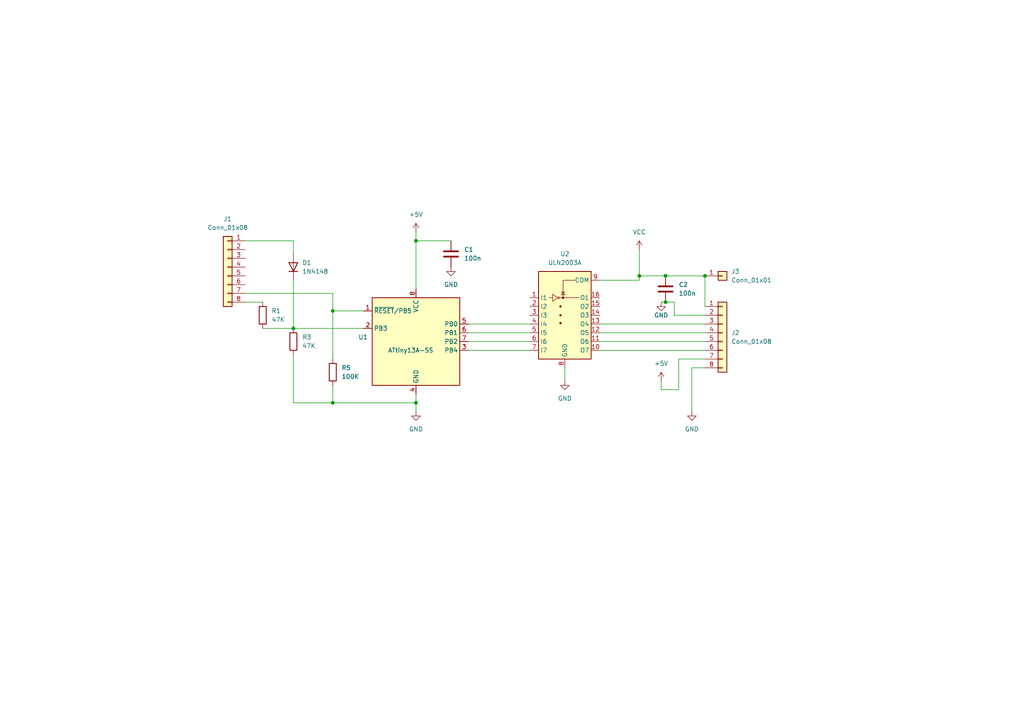
<source format=kicad_sch>
(kicad_sch (version 20211123) (generator eeschema)

  (uuid dd7c7641-51f4-4c23-96a0-49bdbf77f05d)

  (paper "A4")

  (title_block
    (title "UniStep V1.0")
    (rev "2")
    (company "Chronic Mechatronic")
    (comment 3 "An A4988 pin compatible unipolar stepper motor driver")
  )

  (lib_symbols
    (symbol "Connector_Generic:Conn_01x01" (pin_names (offset 1.016) hide) (in_bom yes) (on_board yes)
      (property "Reference" "J" (id 0) (at 0 2.54 0)
        (effects (font (size 1.27 1.27)))
      )
      (property "Value" "Conn_01x01" (id 1) (at 0 -2.54 0)
        (effects (font (size 1.27 1.27)))
      )
      (property "Footprint" "" (id 2) (at 0 0 0)
        (effects (font (size 1.27 1.27)) hide)
      )
      (property "Datasheet" "~" (id 3) (at 0 0 0)
        (effects (font (size 1.27 1.27)) hide)
      )
      (property "ki_keywords" "connector" (id 4) (at 0 0 0)
        (effects (font (size 1.27 1.27)) hide)
      )
      (property "ki_description" "Generic connector, single row, 01x01, script generated (kicad-library-utils/schlib/autogen/connector/)" (id 5) (at 0 0 0)
        (effects (font (size 1.27 1.27)) hide)
      )
      (property "ki_fp_filters" "Connector*:*_1x??_*" (id 6) (at 0 0 0)
        (effects (font (size 1.27 1.27)) hide)
      )
      (symbol "Conn_01x01_1_1"
        (rectangle (start -1.27 0.127) (end 0 -0.127)
          (stroke (width 0.1524) (type default) (color 0 0 0 0))
          (fill (type none))
        )
        (rectangle (start -1.27 1.27) (end 1.27 -1.27)
          (stroke (width 0.254) (type default) (color 0 0 0 0))
          (fill (type background))
        )
        (pin passive line (at -5.08 0 0) (length 3.81)
          (name "Pin_1" (effects (font (size 1.27 1.27))))
          (number "1" (effects (font (size 1.27 1.27))))
        )
      )
    )
    (symbol "Connector_Generic:Conn_01x08" (pin_names (offset 1.016) hide) (in_bom yes) (on_board yes)
      (property "Reference" "J" (id 0) (at 0 10.16 0)
        (effects (font (size 1.27 1.27)))
      )
      (property "Value" "Conn_01x08" (id 1) (at 0 -12.7 0)
        (effects (font (size 1.27 1.27)))
      )
      (property "Footprint" "" (id 2) (at 0 0 0)
        (effects (font (size 1.27 1.27)) hide)
      )
      (property "Datasheet" "~" (id 3) (at 0 0 0)
        (effects (font (size 1.27 1.27)) hide)
      )
      (property "ki_keywords" "connector" (id 4) (at 0 0 0)
        (effects (font (size 1.27 1.27)) hide)
      )
      (property "ki_description" "Generic connector, single row, 01x08, script generated (kicad-library-utils/schlib/autogen/connector/)" (id 5) (at 0 0 0)
        (effects (font (size 1.27 1.27)) hide)
      )
      (property "ki_fp_filters" "Connector*:*_1x??_*" (id 6) (at 0 0 0)
        (effects (font (size 1.27 1.27)) hide)
      )
      (symbol "Conn_01x08_1_1"
        (rectangle (start -1.27 -10.033) (end 0 -10.287)
          (stroke (width 0.1524) (type default) (color 0 0 0 0))
          (fill (type none))
        )
        (rectangle (start -1.27 -7.493) (end 0 -7.747)
          (stroke (width 0.1524) (type default) (color 0 0 0 0))
          (fill (type none))
        )
        (rectangle (start -1.27 -4.953) (end 0 -5.207)
          (stroke (width 0.1524) (type default) (color 0 0 0 0))
          (fill (type none))
        )
        (rectangle (start -1.27 -2.413) (end 0 -2.667)
          (stroke (width 0.1524) (type default) (color 0 0 0 0))
          (fill (type none))
        )
        (rectangle (start -1.27 0.127) (end 0 -0.127)
          (stroke (width 0.1524) (type default) (color 0 0 0 0))
          (fill (type none))
        )
        (rectangle (start -1.27 2.667) (end 0 2.413)
          (stroke (width 0.1524) (type default) (color 0 0 0 0))
          (fill (type none))
        )
        (rectangle (start -1.27 5.207) (end 0 4.953)
          (stroke (width 0.1524) (type default) (color 0 0 0 0))
          (fill (type none))
        )
        (rectangle (start -1.27 7.747) (end 0 7.493)
          (stroke (width 0.1524) (type default) (color 0 0 0 0))
          (fill (type none))
        )
        (rectangle (start -1.27 8.89) (end 1.27 -11.43)
          (stroke (width 0.254) (type default) (color 0 0 0 0))
          (fill (type background))
        )
        (pin passive line (at -5.08 7.62 0) (length 3.81)
          (name "Pin_1" (effects (font (size 1.27 1.27))))
          (number "1" (effects (font (size 1.27 1.27))))
        )
        (pin passive line (at -5.08 5.08 0) (length 3.81)
          (name "Pin_2" (effects (font (size 1.27 1.27))))
          (number "2" (effects (font (size 1.27 1.27))))
        )
        (pin passive line (at -5.08 2.54 0) (length 3.81)
          (name "Pin_3" (effects (font (size 1.27 1.27))))
          (number "3" (effects (font (size 1.27 1.27))))
        )
        (pin passive line (at -5.08 0 0) (length 3.81)
          (name "Pin_4" (effects (font (size 1.27 1.27))))
          (number "4" (effects (font (size 1.27 1.27))))
        )
        (pin passive line (at -5.08 -2.54 0) (length 3.81)
          (name "Pin_5" (effects (font (size 1.27 1.27))))
          (number "5" (effects (font (size 1.27 1.27))))
        )
        (pin passive line (at -5.08 -5.08 0) (length 3.81)
          (name "Pin_6" (effects (font (size 1.27 1.27))))
          (number "6" (effects (font (size 1.27 1.27))))
        )
        (pin passive line (at -5.08 -7.62 0) (length 3.81)
          (name "Pin_7" (effects (font (size 1.27 1.27))))
          (number "7" (effects (font (size 1.27 1.27))))
        )
        (pin passive line (at -5.08 -10.16 0) (length 3.81)
          (name "Pin_8" (effects (font (size 1.27 1.27))))
          (number "8" (effects (font (size 1.27 1.27))))
        )
      )
    )
    (symbol "Device:C" (pin_numbers hide) (pin_names (offset 0.254)) (in_bom yes) (on_board yes)
      (property "Reference" "C" (id 0) (at 0.635 2.54 0)
        (effects (font (size 1.27 1.27)) (justify left))
      )
      (property "Value" "C" (id 1) (at 0.635 -2.54 0)
        (effects (font (size 1.27 1.27)) (justify left))
      )
      (property "Footprint" "" (id 2) (at 0.9652 -3.81 0)
        (effects (font (size 1.27 1.27)) hide)
      )
      (property "Datasheet" "~" (id 3) (at 0 0 0)
        (effects (font (size 1.27 1.27)) hide)
      )
      (property "ki_keywords" "cap capacitor" (id 4) (at 0 0 0)
        (effects (font (size 1.27 1.27)) hide)
      )
      (property "ki_description" "Unpolarized capacitor" (id 5) (at 0 0 0)
        (effects (font (size 1.27 1.27)) hide)
      )
      (property "ki_fp_filters" "C_*" (id 6) (at 0 0 0)
        (effects (font (size 1.27 1.27)) hide)
      )
      (symbol "C_0_1"
        (polyline
          (pts
            (xy -2.032 -0.762)
            (xy 2.032 -0.762)
          )
          (stroke (width 0.508) (type default) (color 0 0 0 0))
          (fill (type none))
        )
        (polyline
          (pts
            (xy -2.032 0.762)
            (xy 2.032 0.762)
          )
          (stroke (width 0.508) (type default) (color 0 0 0 0))
          (fill (type none))
        )
      )
      (symbol "C_1_1"
        (pin passive line (at 0 3.81 270) (length 2.794)
          (name "~" (effects (font (size 1.27 1.27))))
          (number "1" (effects (font (size 1.27 1.27))))
        )
        (pin passive line (at 0 -3.81 90) (length 2.794)
          (name "~" (effects (font (size 1.27 1.27))))
          (number "2" (effects (font (size 1.27 1.27))))
        )
      )
    )
    (symbol "Device:D" (pin_numbers hide) (pin_names (offset 1.016) hide) (in_bom yes) (on_board yes)
      (property "Reference" "D" (id 0) (at 0 2.54 0)
        (effects (font (size 1.27 1.27)))
      )
      (property "Value" "D" (id 1) (at 0 -2.54 0)
        (effects (font (size 1.27 1.27)))
      )
      (property "Footprint" "" (id 2) (at 0 0 0)
        (effects (font (size 1.27 1.27)) hide)
      )
      (property "Datasheet" "~" (id 3) (at 0 0 0)
        (effects (font (size 1.27 1.27)) hide)
      )
      (property "ki_keywords" "diode" (id 4) (at 0 0 0)
        (effects (font (size 1.27 1.27)) hide)
      )
      (property "ki_description" "Diode" (id 5) (at 0 0 0)
        (effects (font (size 1.27 1.27)) hide)
      )
      (property "ki_fp_filters" "TO-???* *_Diode_* *SingleDiode* D_*" (id 6) (at 0 0 0)
        (effects (font (size 1.27 1.27)) hide)
      )
      (symbol "D_0_1"
        (polyline
          (pts
            (xy -1.27 1.27)
            (xy -1.27 -1.27)
          )
          (stroke (width 0.254) (type default) (color 0 0 0 0))
          (fill (type none))
        )
        (polyline
          (pts
            (xy 1.27 0)
            (xy -1.27 0)
          )
          (stroke (width 0) (type default) (color 0 0 0 0))
          (fill (type none))
        )
        (polyline
          (pts
            (xy 1.27 1.27)
            (xy 1.27 -1.27)
            (xy -1.27 0)
            (xy 1.27 1.27)
          )
          (stroke (width 0.254) (type default) (color 0 0 0 0))
          (fill (type none))
        )
      )
      (symbol "D_1_1"
        (pin passive line (at -3.81 0 0) (length 2.54)
          (name "K" (effects (font (size 1.27 1.27))))
          (number "1" (effects (font (size 1.27 1.27))))
        )
        (pin passive line (at 3.81 0 180) (length 2.54)
          (name "A" (effects (font (size 1.27 1.27))))
          (number "2" (effects (font (size 1.27 1.27))))
        )
      )
    )
    (symbol "Device:R" (pin_numbers hide) (pin_names (offset 0)) (in_bom yes) (on_board yes)
      (property "Reference" "R" (id 0) (at 2.032 0 90)
        (effects (font (size 1.27 1.27)))
      )
      (property "Value" "R" (id 1) (at 0 0 90)
        (effects (font (size 1.27 1.27)))
      )
      (property "Footprint" "" (id 2) (at -1.778 0 90)
        (effects (font (size 1.27 1.27)) hide)
      )
      (property "Datasheet" "~" (id 3) (at 0 0 0)
        (effects (font (size 1.27 1.27)) hide)
      )
      (property "ki_keywords" "R res resistor" (id 4) (at 0 0 0)
        (effects (font (size 1.27 1.27)) hide)
      )
      (property "ki_description" "Resistor" (id 5) (at 0 0 0)
        (effects (font (size 1.27 1.27)) hide)
      )
      (property "ki_fp_filters" "R_*" (id 6) (at 0 0 0)
        (effects (font (size 1.27 1.27)) hide)
      )
      (symbol "R_0_1"
        (rectangle (start -1.016 -2.54) (end 1.016 2.54)
          (stroke (width 0.254) (type default) (color 0 0 0 0))
          (fill (type none))
        )
      )
      (symbol "R_1_1"
        (pin passive line (at 0 3.81 270) (length 1.27)
          (name "~" (effects (font (size 1.27 1.27))))
          (number "1" (effects (font (size 1.27 1.27))))
        )
        (pin passive line (at 0 -3.81 90) (length 1.27)
          (name "~" (effects (font (size 1.27 1.27))))
          (number "2" (effects (font (size 1.27 1.27))))
        )
      )
    )
    (symbol "MCU_Microchip_ATtiny:ATtiny13A-SS" (in_bom yes) (on_board yes)
      (property "Reference" "U?" (id 0) (at -13.97 1.2701 0)
        (effects (font (size 1.27 1.27)) (justify right))
      )
      (property "Value" "ATtiny13A-SS" (id 1) (at 5.08 -2.54 0)
        (effects (font (size 1.27 1.27)) (justify right))
      )
      (property "Footprint" "Package_SO:SOIC-8_3.9x4.9mm_P1.27mm" (id 2) (at 0 0 0)
        (effects (font (size 1.27 1.27) italic) hide)
      )
      (property "Datasheet" "http://ww1.microchip.com/downloads/en/DeviceDoc/doc8126.pdf" (id 3) (at 0 0 0)
        (effects (font (size 1.27 1.27)) hide)
      )
      (property "ki_keywords" "AVR 8bit Microcontroller tinyAVR" (id 4) (at 0 0 0)
        (effects (font (size 1.27 1.27)) hide)
      )
      (property "ki_description" "20MHz, 1kB Flash, 64B SRAM, 64B EEPROM, debugWIRE, SOIC-8" (id 5) (at 0 0 0)
        (effects (font (size 1.27 1.27)) hide)
      )
      (property "ki_fp_filters" "SOIC*3.9x4.9mm*P1.27mm*" (id 6) (at 0 0 0)
        (effects (font (size 1.27 1.27)) hide)
      )
      (symbol "ATtiny13A-SS_0_1"
        (rectangle (start -12.7 -12.7) (end 12.7 12.7)
          (stroke (width 0.254) (type default) (color 0 0 0 0))
          (fill (type background))
        )
      )
      (symbol "ATtiny13A-SS_1_1"
        (pin bidirectional line (at -15.24 8.89 0) (length 2.54)
          (name "~{RESET}/PB5" (effects (font (size 1.27 1.27))))
          (number "1" (effects (font (size 1.27 1.27))))
        )
        (pin bidirectional line (at -15.24 3.81 0) (length 2.54)
          (name "PB3" (effects (font (size 1.27 1.27))))
          (number "2" (effects (font (size 1.27 1.27))))
        )
        (pin bidirectional line (at 15.24 -2.54 180) (length 2.54)
          (name "PB4" (effects (font (size 1.27 1.27))))
          (number "3" (effects (font (size 1.27 1.27))))
        )
        (pin power_in line (at 0 -15.24 90) (length 2.54)
          (name "GND" (effects (font (size 1.27 1.27))))
          (number "4" (effects (font (size 1.27 1.27))))
        )
        (pin bidirectional line (at 15.24 5.08 180) (length 2.54)
          (name "PB0" (effects (font (size 1.27 1.27))))
          (number "5" (effects (font (size 1.27 1.27))))
        )
        (pin bidirectional line (at 15.24 2.54 180) (length 2.54)
          (name "PB1" (effects (font (size 1.27 1.27))))
          (number "6" (effects (font (size 1.27 1.27))))
        )
        (pin bidirectional line (at 15.24 0 180) (length 2.54)
          (name "PB2" (effects (font (size 1.27 1.27))))
          (number "7" (effects (font (size 1.27 1.27))))
        )
        (pin power_in line (at 0 15.24 270) (length 2.54)
          (name "VCC" (effects (font (size 1.27 1.27))))
          (number "8" (effects (font (size 1.27 1.27))))
        )
      )
    )
    (symbol "Transistor_Array:ULN2003A" (in_bom yes) (on_board yes)
      (property "Reference" "U" (id 0) (at 0 15.875 0)
        (effects (font (size 1.27 1.27)))
      )
      (property "Value" "ULN2003A" (id 1) (at 0 13.97 0)
        (effects (font (size 1.27 1.27)))
      )
      (property "Footprint" "" (id 2) (at 1.27 -13.97 0)
        (effects (font (size 1.27 1.27)) (justify left) hide)
      )
      (property "Datasheet" "http://www.ti.com/lit/ds/symlink/uln2003a.pdf" (id 3) (at 2.54 -5.08 0)
        (effects (font (size 1.27 1.27)) hide)
      )
      (property "ki_keywords" "darlington transistor array" (id 4) (at 0 0 0)
        (effects (font (size 1.27 1.27)) hide)
      )
      (property "ki_description" "High Voltage, High Current Darlington Transistor Arrays, SOIC16/SOIC16W/DIP16/TSSOP16" (id 5) (at 0 0 0)
        (effects (font (size 1.27 1.27)) hide)
      )
      (property "ki_fp_filters" "DIP*W7.62mm* SOIC*3.9x9.9mm*P1.27mm* SSOP*4.4x5.2mm*P0.65mm* TSSOP*4.4x5mm*P0.65mm* SOIC*W*5.3x10.2mm*P1.27mm*" (id 6) (at 0 0 0)
        (effects (font (size 1.27 1.27)) hide)
      )
      (symbol "ULN2003A_0_1"
        (rectangle (start -7.62 -12.7) (end 7.62 12.7)
          (stroke (width 0.254) (type default) (color 0 0 0 0))
          (fill (type background))
        )
        (circle (center -1.778 5.08) (radius 0.254)
          (stroke (width 0) (type default) (color 0 0 0 0))
          (fill (type none))
        )
        (circle (center -1.27 -2.286) (radius 0.254)
          (stroke (width 0) (type default) (color 0 0 0 0))
          (fill (type outline))
        )
        (circle (center -1.27 0) (radius 0.254)
          (stroke (width 0) (type default) (color 0 0 0 0))
          (fill (type outline))
        )
        (circle (center -1.27 2.54) (radius 0.254)
          (stroke (width 0) (type default) (color 0 0 0 0))
          (fill (type outline))
        )
        (circle (center -0.508 5.08) (radius 0.254)
          (stroke (width 0) (type default) (color 0 0 0 0))
          (fill (type outline))
        )
        (polyline
          (pts
            (xy -4.572 5.08)
            (xy -3.556 5.08)
          )
          (stroke (width 0) (type default) (color 0 0 0 0))
          (fill (type none))
        )
        (polyline
          (pts
            (xy -1.524 5.08)
            (xy 4.064 5.08)
          )
          (stroke (width 0) (type default) (color 0 0 0 0))
          (fill (type none))
        )
        (polyline
          (pts
            (xy 0 6.731)
            (xy -1.016 6.731)
          )
          (stroke (width 0) (type default) (color 0 0 0 0))
          (fill (type none))
        )
        (polyline
          (pts
            (xy -0.508 5.08)
            (xy -0.508 10.16)
            (xy 2.921 10.16)
          )
          (stroke (width 0) (type default) (color 0 0 0 0))
          (fill (type none))
        )
        (polyline
          (pts
            (xy -3.556 6.096)
            (xy -3.556 4.064)
            (xy -2.032 5.08)
            (xy -3.556 6.096)
          )
          (stroke (width 0) (type default) (color 0 0 0 0))
          (fill (type none))
        )
        (polyline
          (pts
            (xy 0 5.969)
            (xy -1.016 5.969)
            (xy -0.508 6.731)
            (xy 0 5.969)
          )
          (stroke (width 0) (type default) (color 0 0 0 0))
          (fill (type none))
        )
      )
      (symbol "ULN2003A_1_1"
        (pin input line (at -10.16 5.08 0) (length 2.54)
          (name "I1" (effects (font (size 1.27 1.27))))
          (number "1" (effects (font (size 1.27 1.27))))
        )
        (pin open_collector line (at 10.16 -10.16 180) (length 2.54)
          (name "O7" (effects (font (size 1.27 1.27))))
          (number "10" (effects (font (size 1.27 1.27))))
        )
        (pin open_collector line (at 10.16 -7.62 180) (length 2.54)
          (name "O6" (effects (font (size 1.27 1.27))))
          (number "11" (effects (font (size 1.27 1.27))))
        )
        (pin open_collector line (at 10.16 -5.08 180) (length 2.54)
          (name "O5" (effects (font (size 1.27 1.27))))
          (number "12" (effects (font (size 1.27 1.27))))
        )
        (pin open_collector line (at 10.16 -2.54 180) (length 2.54)
          (name "O4" (effects (font (size 1.27 1.27))))
          (number "13" (effects (font (size 1.27 1.27))))
        )
        (pin open_collector line (at 10.16 0 180) (length 2.54)
          (name "O3" (effects (font (size 1.27 1.27))))
          (number "14" (effects (font (size 1.27 1.27))))
        )
        (pin open_collector line (at 10.16 2.54 180) (length 2.54)
          (name "O2" (effects (font (size 1.27 1.27))))
          (number "15" (effects (font (size 1.27 1.27))))
        )
        (pin open_collector line (at 10.16 5.08 180) (length 2.54)
          (name "O1" (effects (font (size 1.27 1.27))))
          (number "16" (effects (font (size 1.27 1.27))))
        )
        (pin input line (at -10.16 2.54 0) (length 2.54)
          (name "I2" (effects (font (size 1.27 1.27))))
          (number "2" (effects (font (size 1.27 1.27))))
        )
        (pin input line (at -10.16 0 0) (length 2.54)
          (name "I3" (effects (font (size 1.27 1.27))))
          (number "3" (effects (font (size 1.27 1.27))))
        )
        (pin input line (at -10.16 -2.54 0) (length 2.54)
          (name "I4" (effects (font (size 1.27 1.27))))
          (number "4" (effects (font (size 1.27 1.27))))
        )
        (pin input line (at -10.16 -5.08 0) (length 2.54)
          (name "I5" (effects (font (size 1.27 1.27))))
          (number "5" (effects (font (size 1.27 1.27))))
        )
        (pin input line (at -10.16 -7.62 0) (length 2.54)
          (name "I6" (effects (font (size 1.27 1.27))))
          (number "6" (effects (font (size 1.27 1.27))))
        )
        (pin input line (at -10.16 -10.16 0) (length 2.54)
          (name "I7" (effects (font (size 1.27 1.27))))
          (number "7" (effects (font (size 1.27 1.27))))
        )
        (pin power_in line (at 0 -15.24 90) (length 2.54)
          (name "GND" (effects (font (size 1.27 1.27))))
          (number "8" (effects (font (size 1.27 1.27))))
        )
        (pin passive line (at 10.16 10.16 180) (length 2.54)
          (name "COM" (effects (font (size 1.27 1.27))))
          (number "9" (effects (font (size 1.27 1.27))))
        )
      )
    )
    (symbol "power:+5V" (power) (pin_names (offset 0)) (in_bom yes) (on_board yes)
      (property "Reference" "#PWR" (id 0) (at 0 -3.81 0)
        (effects (font (size 1.27 1.27)) hide)
      )
      (property "Value" "+5V" (id 1) (at 0 3.556 0)
        (effects (font (size 1.27 1.27)))
      )
      (property "Footprint" "" (id 2) (at 0 0 0)
        (effects (font (size 1.27 1.27)) hide)
      )
      (property "Datasheet" "" (id 3) (at 0 0 0)
        (effects (font (size 1.27 1.27)) hide)
      )
      (property "ki_keywords" "power-flag" (id 4) (at 0 0 0)
        (effects (font (size 1.27 1.27)) hide)
      )
      (property "ki_description" "Power symbol creates a global label with name \"+5V\"" (id 5) (at 0 0 0)
        (effects (font (size 1.27 1.27)) hide)
      )
      (symbol "+5V_0_1"
        (polyline
          (pts
            (xy -0.762 1.27)
            (xy 0 2.54)
          )
          (stroke (width 0) (type default) (color 0 0 0 0))
          (fill (type none))
        )
        (polyline
          (pts
            (xy 0 0)
            (xy 0 2.54)
          )
          (stroke (width 0) (type default) (color 0 0 0 0))
          (fill (type none))
        )
        (polyline
          (pts
            (xy 0 2.54)
            (xy 0.762 1.27)
          )
          (stroke (width 0) (type default) (color 0 0 0 0))
          (fill (type none))
        )
      )
      (symbol "+5V_1_1"
        (pin power_in line (at 0 0 90) (length 0) hide
          (name "+5V" (effects (font (size 1.27 1.27))))
          (number "1" (effects (font (size 1.27 1.27))))
        )
      )
    )
    (symbol "power:GND" (power) (pin_names (offset 0)) (in_bom yes) (on_board yes)
      (property "Reference" "#PWR" (id 0) (at 0 -6.35 0)
        (effects (font (size 1.27 1.27)) hide)
      )
      (property "Value" "GND" (id 1) (at 0 -3.81 0)
        (effects (font (size 1.27 1.27)))
      )
      (property "Footprint" "" (id 2) (at 0 0 0)
        (effects (font (size 1.27 1.27)) hide)
      )
      (property "Datasheet" "" (id 3) (at 0 0 0)
        (effects (font (size 1.27 1.27)) hide)
      )
      (property "ki_keywords" "power-flag" (id 4) (at 0 0 0)
        (effects (font (size 1.27 1.27)) hide)
      )
      (property "ki_description" "Power symbol creates a global label with name \"GND\" , ground" (id 5) (at 0 0 0)
        (effects (font (size 1.27 1.27)) hide)
      )
      (symbol "GND_0_1"
        (polyline
          (pts
            (xy 0 0)
            (xy 0 -1.27)
            (xy 1.27 -1.27)
            (xy 0 -2.54)
            (xy -1.27 -1.27)
            (xy 0 -1.27)
          )
          (stroke (width 0) (type default) (color 0 0 0 0))
          (fill (type none))
        )
      )
      (symbol "GND_1_1"
        (pin power_in line (at 0 0 270) (length 0) hide
          (name "GND" (effects (font (size 1.27 1.27))))
          (number "1" (effects (font (size 1.27 1.27))))
        )
      )
    )
    (symbol "power:VCC" (power) (pin_names (offset 0)) (in_bom yes) (on_board yes)
      (property "Reference" "#PWR" (id 0) (at 0 -3.81 0)
        (effects (font (size 1.27 1.27)) hide)
      )
      (property "Value" "VCC" (id 1) (at 0 3.81 0)
        (effects (font (size 1.27 1.27)))
      )
      (property "Footprint" "" (id 2) (at 0 0 0)
        (effects (font (size 1.27 1.27)) hide)
      )
      (property "Datasheet" "" (id 3) (at 0 0 0)
        (effects (font (size 1.27 1.27)) hide)
      )
      (property "ki_keywords" "power-flag" (id 4) (at 0 0 0)
        (effects (font (size 1.27 1.27)) hide)
      )
      (property "ki_description" "Power symbol creates a global label with name \"VCC\"" (id 5) (at 0 0 0)
        (effects (font (size 1.27 1.27)) hide)
      )
      (symbol "VCC_0_1"
        (polyline
          (pts
            (xy -0.762 1.27)
            (xy 0 2.54)
          )
          (stroke (width 0) (type default) (color 0 0 0 0))
          (fill (type none))
        )
        (polyline
          (pts
            (xy 0 0)
            (xy 0 2.54)
          )
          (stroke (width 0) (type default) (color 0 0 0 0))
          (fill (type none))
        )
        (polyline
          (pts
            (xy 0 2.54)
            (xy 0.762 1.27)
          )
          (stroke (width 0) (type default) (color 0 0 0 0))
          (fill (type none))
        )
      )
      (symbol "VCC_1_1"
        (pin power_in line (at 0 0 90) (length 0) hide
          (name "VCC" (effects (font (size 1.27 1.27))))
          (number "1" (effects (font (size 1.27 1.27))))
        )
      )
    )
  )

  (junction (at 96.52 116.84) (diameter 0) (color 0 0 0 0)
    (uuid 285d50fa-d53b-4688-80d4-12c50fb744a8)
  )
  (junction (at 204.47 80.01) (diameter 0) (color 0 0 0 0)
    (uuid 47012209-c32d-4ac6-aecf-4fda30175a15)
  )
  (junction (at 85.09 95.25) (diameter 0) (color 0 0 0 0)
    (uuid 6426ef5a-c86f-4336-a430-882facf59998)
  )
  (junction (at 185.42 80.01) (diameter 0) (color 0 0 0 0)
    (uuid 6775d2b0-8536-494c-bbd1-ef34dbebd363)
  )
  (junction (at 120.65 116.84) (diameter 0) (color 0 0 0 0)
    (uuid 71d79061-e6e7-4f50-80d8-ccb1a882fad5)
  )
  (junction (at 193.04 87.63) (diameter 0) (color 0 0 0 0)
    (uuid 8e2d3e29-a10f-499e-86e2-04cfb0c7a69d)
  )
  (junction (at 120.65 69.85) (diameter 0) (color 0 0 0 0)
    (uuid b0cf2337-37fb-437e-bb82-a68fb7604433)
  )
  (junction (at 193.04 80.01) (diameter 0) (color 0 0 0 0)
    (uuid b92cba67-d849-4cd5-aead-2c1c21208e0d)
  )
  (junction (at 96.52 90.17) (diameter 0) (color 0 0 0 0)
    (uuid f885133c-37b0-4106-b00a-38c5002dd9de)
  )

  (wire (pts (xy 173.99 101.6) (xy 204.47 101.6))
    (stroke (width 0) (type default) (color 0 0 0 0))
    (uuid 04e42ea3-61a6-4b6d-aa88-30f99d2505e2)
  )
  (wire (pts (xy 204.47 80.01) (xy 204.47 88.9))
    (stroke (width 0) (type default) (color 0 0 0 0))
    (uuid 0754b3ea-002f-4d2f-8d2b-fea9ff2092c5)
  )
  (wire (pts (xy 191.77 110.49) (xy 191.77 113.03))
    (stroke (width 0) (type default) (color 0 0 0 0))
    (uuid 1082b7d6-1601-441e-8363-9de0641cf22b)
  )
  (wire (pts (xy 96.52 104.14) (xy 96.52 90.17))
    (stroke (width 0) (type default) (color 0 0 0 0))
    (uuid 16189160-4612-4a4f-9d32-b397e901998e)
  )
  (wire (pts (xy 85.09 116.84) (xy 96.52 116.84))
    (stroke (width 0) (type default) (color 0 0 0 0))
    (uuid 1ec7f3f8-4530-4ad8-a372-e5257416abcb)
  )
  (wire (pts (xy 120.65 69.85) (xy 120.65 83.82))
    (stroke (width 0) (type default) (color 0 0 0 0))
    (uuid 229b9ff3-ab16-4569-9dd8-2b046f6493a3)
  )
  (wire (pts (xy 71.12 69.85) (xy 85.09 69.85))
    (stroke (width 0) (type default) (color 0 0 0 0))
    (uuid 29cb541e-11d9-4237-96b7-aa60b249a770)
  )
  (wire (pts (xy 96.52 85.09) (xy 96.52 90.17))
    (stroke (width 0) (type default) (color 0 0 0 0))
    (uuid 2f4444b9-b8d9-45a2-a47d-2bb167fe5a5d)
  )
  (wire (pts (xy 135.89 93.98) (xy 153.67 93.98))
    (stroke (width 0) (type default) (color 0 0 0 0))
    (uuid 2fcfe119-2985-4c0b-aef7-5362713cf160)
  )
  (wire (pts (xy 163.83 110.49) (xy 163.83 106.68))
    (stroke (width 0) (type default) (color 0 0 0 0))
    (uuid 397893c7-fb93-4c0c-a296-54cd114fd003)
  )
  (wire (pts (xy 96.52 90.17) (xy 105.41 90.17))
    (stroke (width 0) (type default) (color 0 0 0 0))
    (uuid 3c57e161-6b90-487c-b7f8-04c7e671e893)
  )
  (wire (pts (xy 76.2 95.25) (xy 85.09 95.25))
    (stroke (width 0) (type default) (color 0 0 0 0))
    (uuid 412fbd8f-4e5e-463e-aba7-c662782c3dce)
  )
  (wire (pts (xy 204.47 104.14) (xy 196.85 104.14))
    (stroke (width 0) (type default) (color 0 0 0 0))
    (uuid 47ff39be-6c70-4490-8bc8-0790a298c83e)
  )
  (wire (pts (xy 173.99 93.98) (xy 204.47 93.98))
    (stroke (width 0) (type default) (color 0 0 0 0))
    (uuid 50bca196-2ad5-46ea-8202-91faa1625c90)
  )
  (wire (pts (xy 120.65 67.31) (xy 120.65 69.85))
    (stroke (width 0) (type default) (color 0 0 0 0))
    (uuid 5cf05822-9d0b-49d6-ac63-861f3e42263e)
  )
  (wire (pts (xy 71.12 85.09) (xy 96.52 85.09))
    (stroke (width 0) (type default) (color 0 0 0 0))
    (uuid 5daad7ab-9e96-4731-81c1-e5b7d551154d)
  )
  (wire (pts (xy 196.85 104.14) (xy 196.85 113.03))
    (stroke (width 0) (type default) (color 0 0 0 0))
    (uuid 62b53b85-ec86-4643-b5c5-990ac5cd2c0c)
  )
  (wire (pts (xy 193.04 80.01) (xy 204.47 80.01))
    (stroke (width 0) (type default) (color 0 0 0 0))
    (uuid 675f60eb-d762-4a9b-8c28-34894e1d950b)
  )
  (wire (pts (xy 120.65 116.84) (xy 120.65 114.3))
    (stroke (width 0) (type default) (color 0 0 0 0))
    (uuid 6a646f45-95bd-460a-aaba-644e1d763892)
  )
  (wire (pts (xy 193.04 87.63) (xy 195.58 87.63))
    (stroke (width 0) (type default) (color 0 0 0 0))
    (uuid 70250a7b-e690-4948-b3d8-850a5cd84c86)
  )
  (wire (pts (xy 85.09 102.87) (xy 85.09 116.84))
    (stroke (width 0) (type default) (color 0 0 0 0))
    (uuid 71660302-6d50-4bd3-beef-4d6e40f6e52d)
  )
  (wire (pts (xy 85.09 81.28) (xy 85.09 95.25))
    (stroke (width 0) (type default) (color 0 0 0 0))
    (uuid 7358e67c-abb9-445d-8b07-0c19db96e4f8)
  )
  (wire (pts (xy 196.85 113.03) (xy 191.77 113.03))
    (stroke (width 0) (type default) (color 0 0 0 0))
    (uuid 79d8118b-ef12-4171-b02a-b3eb1ea540e2)
  )
  (wire (pts (xy 96.52 111.76) (xy 96.52 116.84))
    (stroke (width 0) (type default) (color 0 0 0 0))
    (uuid 7db68486-f577-4c41-adcb-0116130f5e0e)
  )
  (wire (pts (xy 173.99 96.52) (xy 204.47 96.52))
    (stroke (width 0) (type default) (color 0 0 0 0))
    (uuid 80bba9ba-156f-4d0d-8452-48bd9b4ebc72)
  )
  (wire (pts (xy 191.77 87.63) (xy 193.04 87.63))
    (stroke (width 0) (type default) (color 0 0 0 0))
    (uuid 90a4f102-ceff-48cc-bfaf-4d507e0c7e6d)
  )
  (wire (pts (xy 135.89 96.52) (xy 153.67 96.52))
    (stroke (width 0) (type default) (color 0 0 0 0))
    (uuid 99246d7a-0305-42ec-b6b2-0f7effebf662)
  )
  (wire (pts (xy 195.58 87.63) (xy 195.58 91.44))
    (stroke (width 0) (type default) (color 0 0 0 0))
    (uuid a9dabf01-937a-4507-899a-e93ffbee758e)
  )
  (wire (pts (xy 173.99 99.06) (xy 204.47 99.06))
    (stroke (width 0) (type default) (color 0 0 0 0))
    (uuid b2981f7b-0075-4987-9430-0c779c0fd79d)
  )
  (wire (pts (xy 135.89 101.6) (xy 153.67 101.6))
    (stroke (width 0) (type default) (color 0 0 0 0))
    (uuid b491222f-e655-477d-8149-743281b9353e)
  )
  (wire (pts (xy 185.42 80.01) (xy 185.42 81.28))
    (stroke (width 0) (type default) (color 0 0 0 0))
    (uuid b7bc0f3a-f1d4-491d-be03-56c786e0bf34)
  )
  (wire (pts (xy 173.99 81.28) (xy 185.42 81.28))
    (stroke (width 0) (type default) (color 0 0 0 0))
    (uuid b7c75bb8-6257-424e-b9ac-e8cc03a797fa)
  )
  (wire (pts (xy 200.66 106.68) (xy 200.66 119.38))
    (stroke (width 0) (type default) (color 0 0 0 0))
    (uuid b7d5d0c3-7850-45bd-a3ed-5ac805500b8f)
  )
  (wire (pts (xy 120.65 69.85) (xy 130.81 69.85))
    (stroke (width 0) (type default) (color 0 0 0 0))
    (uuid b9c3cd19-7912-4993-9157-1c556212d66d)
  )
  (wire (pts (xy 120.65 119.38) (xy 120.65 116.84))
    (stroke (width 0) (type default) (color 0 0 0 0))
    (uuid bc4fc131-7c01-40a7-882e-4e18663f9c92)
  )
  (wire (pts (xy 96.52 116.84) (xy 120.65 116.84))
    (stroke (width 0) (type default) (color 0 0 0 0))
    (uuid bfdfa16d-c290-4c51-bb84-96f8f71adf8a)
  )
  (wire (pts (xy 204.47 106.68) (xy 200.66 106.68))
    (stroke (width 0) (type default) (color 0 0 0 0))
    (uuid c6394032-72ee-4efa-ab83-b7b76e5d04ac)
  )
  (wire (pts (xy 195.58 91.44) (xy 204.47 91.44))
    (stroke (width 0) (type default) (color 0 0 0 0))
    (uuid c8f47102-0408-477e-8b6a-79ddef2698d7)
  )
  (wire (pts (xy 85.09 69.85) (xy 85.09 73.66))
    (stroke (width 0) (type default) (color 0 0 0 0))
    (uuid e5cbbc43-5290-4841-8a1c-0c937bb828f8)
  )
  (wire (pts (xy 71.12 87.63) (xy 76.2 87.63))
    (stroke (width 0) (type default) (color 0 0 0 0))
    (uuid e78274b0-5a6b-4916-b956-3f1a07263e4a)
  )
  (wire (pts (xy 185.42 80.01) (xy 193.04 80.01))
    (stroke (width 0) (type default) (color 0 0 0 0))
    (uuid eb7eb9b8-24e4-4dc7-b930-6e43bef5b748)
  )
  (wire (pts (xy 85.09 95.25) (xy 105.41 95.25))
    (stroke (width 0) (type default) (color 0 0 0 0))
    (uuid f9aae2c9-15e9-4801-b979-4a34a73011c8)
  )
  (wire (pts (xy 185.42 72.39) (xy 185.42 80.01))
    (stroke (width 0) (type default) (color 0 0 0 0))
    (uuid fd49a917-7997-4c63-bd8a-7f8dcded0ac5)
  )
  (wire (pts (xy 135.89 99.06) (xy 153.67 99.06))
    (stroke (width 0) (type default) (color 0 0 0 0))
    (uuid ff52eca5-bc64-480d-8991-d09fb038366d)
  )

  (symbol (lib_id "power:VCC") (at 185.42 72.39 0) (unit 1)
    (in_bom yes) (on_board yes) (fields_autoplaced)
    (uuid 08dc41a0-f897-4ed4-9e2f-b118bc14ac16)
    (property "Reference" "#PWR05" (id 0) (at 185.42 76.2 0)
      (effects (font (size 1.27 1.27)) hide)
    )
    (property "Value" "VCC" (id 1) (at 185.42 67.31 0))
    (property "Footprint" "" (id 2) (at 185.42 72.39 0)
      (effects (font (size 1.27 1.27)) hide)
    )
    (property "Datasheet" "" (id 3) (at 185.42 72.39 0)
      (effects (font (size 1.27 1.27)) hide)
    )
    (pin "1" (uuid dc793278-b838-436d-be49-8cdf9ecbf2d8))
  )

  (symbol (lib_id "Device:R") (at 96.52 107.95 180) (unit 1)
    (in_bom yes) (on_board yes) (fields_autoplaced)
    (uuid 0cc48148-4954-4f58-9ac9-79c89595c61b)
    (property "Reference" "R5" (id 0) (at 99.06 106.6799 0)
      (effects (font (size 1.27 1.27)) (justify right))
    )
    (property "Value" "100K" (id 1) (at 99.06 109.2199 0)
      (effects (font (size 1.27 1.27)) (justify right))
    )
    (property "Footprint" "Resistor_SMD:R_0603_1608Metric" (id 2) (at 98.298 107.95 90)
      (effects (font (size 1.27 1.27)) hide)
    )
    (property "Datasheet" "~" (id 3) (at 96.52 107.95 0)
      (effects (font (size 1.27 1.27)) hide)
    )
    (pin "1" (uuid 0678e902-99c5-4068-b37e-fc248ed2b3a9))
    (pin "2" (uuid 928a5448-e2b8-4e97-a54d-a657d10b73ac))
  )

  (symbol (lib_id "power:GND") (at 200.66 119.38 0) (unit 1)
    (in_bom yes) (on_board yes) (fields_autoplaced)
    (uuid 0ee4decb-f216-4cc7-9820-824808b4e98c)
    (property "Reference" "#PWR08" (id 0) (at 200.66 125.73 0)
      (effects (font (size 1.27 1.27)) hide)
    )
    (property "Value" "GND" (id 1) (at 200.66 124.46 0))
    (property "Footprint" "" (id 2) (at 200.66 119.38 0)
      (effects (font (size 1.27 1.27)) hide)
    )
    (property "Datasheet" "" (id 3) (at 200.66 119.38 0)
      (effects (font (size 1.27 1.27)) hide)
    )
    (pin "1" (uuid 408b581b-86ef-4f68-a003-790e5ee06e23))
  )

  (symbol (lib_id "Transistor_Array:ULN2003A") (at 163.83 91.44 0) (unit 1)
    (in_bom yes) (on_board yes) (fields_autoplaced)
    (uuid 1f10c7c9-0bd5-4b1d-8285-4b25a3656389)
    (property "Reference" "U2" (id 0) (at 163.83 73.66 0))
    (property "Value" "ULN2003A" (id 1) (at 163.83 76.2 0))
    (property "Footprint" "Package_SO:SOIC-16_3.9x9.9mm_P1.27mm" (id 2) (at 165.1 105.41 0)
      (effects (font (size 1.27 1.27)) (justify left) hide)
    )
    (property "Datasheet" "http://www.ti.com/lit/ds/symlink/uln2003a.pdf" (id 3) (at 166.37 96.52 0)
      (effects (font (size 1.27 1.27)) hide)
    )
    (pin "1" (uuid 476c2194-4f53-4af4-a8c5-4ad6db47fc28))
    (pin "10" (uuid c0eb0c09-ef3e-4ace-b817-2a96a6f82d93))
    (pin "11" (uuid 4561912b-5a97-429d-9d21-abfec380095a))
    (pin "12" (uuid 772eb1cf-a107-4e1d-bfc1-ad0e6212f011))
    (pin "13" (uuid 0a925e40-bf9c-49de-a2ca-c3555f965f77))
    (pin "14" (uuid da3ef276-09c1-45fe-a36f-e524f179696c))
    (pin "15" (uuid b14e8984-6a29-429a-93db-365502e7a4bf))
    (pin "16" (uuid 29b9f7f6-2d17-4d45-8523-1c7a9d74ee64))
    (pin "2" (uuid a3be5e4f-20b8-4529-9758-fa17a17ae56a))
    (pin "3" (uuid 7f092338-9887-47b4-b1b9-3db478ab1605))
    (pin "4" (uuid f943b9ef-e5f5-4691-9d66-43a8b6ee2356))
    (pin "5" (uuid f9a8f826-3edb-4f79-9217-c48bbd753102))
    (pin "6" (uuid 5774aabb-0bff-450f-9b58-3a6618deff3b))
    (pin "7" (uuid 617ebb44-133c-4e59-8514-bc7541118f62))
    (pin "8" (uuid c650a565-61ff-49ef-8e79-b2790fd59324))
    (pin "9" (uuid 09ba49e1-520f-4c1b-ba13-060f350c4b0d))
  )

  (symbol (lib_id "power:GND") (at 130.81 77.47 0) (unit 1)
    (in_bom yes) (on_board yes) (fields_autoplaced)
    (uuid 2144ba9b-a3c7-415d-b023-f48bca2fe40a)
    (property "Reference" "#PWR03" (id 0) (at 130.81 83.82 0)
      (effects (font (size 1.27 1.27)) hide)
    )
    (property "Value" "GND" (id 1) (at 130.81 82.55 0))
    (property "Footprint" "" (id 2) (at 130.81 77.47 0)
      (effects (font (size 1.27 1.27)) hide)
    )
    (property "Datasheet" "" (id 3) (at 130.81 77.47 0)
      (effects (font (size 1.27 1.27)) hide)
    )
    (pin "1" (uuid b4a9532c-7515-4d5d-95d1-34dd559aaacc))
  )

  (symbol (lib_id "Device:R") (at 85.09 99.06 0) (unit 1)
    (in_bom yes) (on_board yes) (fields_autoplaced)
    (uuid 384e94c8-d6ab-4a03-a2a4-3896d1f14133)
    (property "Reference" "R3" (id 0) (at 87.63 97.7899 0)
      (effects (font (size 1.27 1.27)) (justify left))
    )
    (property "Value" "47K" (id 1) (at 87.63 100.3299 0)
      (effects (font (size 1.27 1.27)) (justify left))
    )
    (property "Footprint" "Resistor_SMD:R_0603_1608Metric" (id 2) (at 83.312 99.06 90)
      (effects (font (size 1.27 1.27)) hide)
    )
    (property "Datasheet" "~" (id 3) (at 85.09 99.06 0)
      (effects (font (size 1.27 1.27)) hide)
    )
    (pin "1" (uuid e18297a8-4657-4899-bfa2-a573d605e9b0))
    (pin "2" (uuid 2026eda3-67d3-4ad1-8b93-946551086524))
  )

  (symbol (lib_id "Device:C") (at 193.04 83.82 0) (unit 1)
    (in_bom yes) (on_board yes) (fields_autoplaced)
    (uuid 4210395b-d934-4267-97cf-34ed1462e220)
    (property "Reference" "C2" (id 0) (at 196.85 82.5499 0)
      (effects (font (size 1.27 1.27)) (justify left))
    )
    (property "Value" "100n" (id 1) (at 196.85 85.0899 0)
      (effects (font (size 1.27 1.27)) (justify left))
    )
    (property "Footprint" "Capacitor_SMD:C_0603_1608Metric" (id 2) (at 194.0052 87.63 0)
      (effects (font (size 1.27 1.27)) hide)
    )
    (property "Datasheet" "~" (id 3) (at 193.04 83.82 0)
      (effects (font (size 1.27 1.27)) hide)
    )
    (pin "1" (uuid df120f31-97e4-46ea-8ade-7f73f03b4344))
    (pin "2" (uuid d0f52559-c669-42c3-b564-4ad4610855d8))
  )

  (symbol (lib_id "power:GND") (at 191.77 87.63 0) (unit 1)
    (in_bom yes) (on_board yes)
    (uuid 5e966315-c37f-4a01-a3ec-fd9ab362461b)
    (property "Reference" "#PWR06" (id 0) (at 191.77 93.98 0)
      (effects (font (size 1.27 1.27)) hide)
    )
    (property "Value" "GND" (id 1) (at 191.77 91.44 0))
    (property "Footprint" "" (id 2) (at 191.77 87.63 0)
      (effects (font (size 1.27 1.27)) hide)
    )
    (property "Datasheet" "" (id 3) (at 191.77 87.63 0)
      (effects (font (size 1.27 1.27)) hide)
    )
    (pin "1" (uuid 4cc7bf04-2c83-4806-aca4-d7a0f70fe528))
  )

  (symbol (lib_id "MCU_Microchip_ATtiny:ATtiny13A-SS") (at 120.65 99.06 0) (unit 1)
    (in_bom yes) (on_board yes) (fields_autoplaced)
    (uuid 5f87397b-e57e-4e57-9de4-4cd89a906bc1)
    (property "Reference" "U1" (id 0) (at 106.68 97.7899 0)
      (effects (font (size 1.27 1.27)) (justify right))
    )
    (property "Value" "ATtiny13A-SS" (id 1) (at 125.73 101.6 0)
      (effects (font (size 1.27 1.27)) (justify right))
    )
    (property "Footprint" "Package_SO:SOIC-8W_5.3x5.3mm_P1.27mm" (id 2) (at 120.65 99.06 0)
      (effects (font (size 1.27 1.27) italic) hide)
    )
    (property "Datasheet" "http://ww1.microchip.com/downloads/en/DeviceDoc/doc8126.pdf" (id 3) (at 120.65 99.06 0)
      (effects (font (size 1.27 1.27)) hide)
    )
    (pin "1" (uuid 2e53404b-3b3e-4ed3-aec3-a20c1de89cd4))
    (pin "2" (uuid b8cbdb8c-e54f-49db-9d78-81a10e10f504))
    (pin "3" (uuid f1e492dd-cc44-40da-b1e1-33c64b164af5))
    (pin "4" (uuid e8788625-3ced-47fc-96b5-d6003c1f3d7f))
    (pin "5" (uuid 3adfc107-62c5-4451-ad30-01477fdb4a57))
    (pin "6" (uuid 98c27266-f06f-4928-a80f-c0b5f0495a98))
    (pin "7" (uuid 2c98fe56-03c4-4c84-9d61-e1e66c3cc43b))
    (pin "8" (uuid d5f7da09-e41f-40d1-82f8-a19faeb7d6ed))
  )

  (symbol (lib_id "power:GND") (at 120.65 119.38 0) (unit 1)
    (in_bom yes) (on_board yes) (fields_autoplaced)
    (uuid 64a11445-8df8-4ae5-874b-2e389e9ad323)
    (property "Reference" "#PWR02" (id 0) (at 120.65 125.73 0)
      (effects (font (size 1.27 1.27)) hide)
    )
    (property "Value" "GND" (id 1) (at 120.65 124.46 0))
    (property "Footprint" "" (id 2) (at 120.65 119.38 0)
      (effects (font (size 1.27 1.27)) hide)
    )
    (property "Datasheet" "" (id 3) (at 120.65 119.38 0)
      (effects (font (size 1.27 1.27)) hide)
    )
    (pin "1" (uuid dc7ce540-a017-4e15-a645-9abb2726213f))
  )

  (symbol (lib_id "Connector_Generic:Conn_01x08") (at 66.04 77.47 0) (mirror y) (unit 1)
    (in_bom yes) (on_board yes) (fields_autoplaced)
    (uuid 6980b7cf-0a76-4ff0-b13e-05a1982faa76)
    (property "Reference" "J1" (id 0) (at 66.04 63.5 0))
    (property "Value" "Conn_01x08" (id 1) (at 66.04 66.04 0))
    (property "Footprint" "Connector_PinHeader_2.54mm:PinHeader_1x08_P2.54mm_Vertical" (id 2) (at 66.04 77.47 0)
      (effects (font (size 1.27 1.27)) hide)
    )
    (property "Datasheet" "~" (id 3) (at 66.04 77.47 0)
      (effects (font (size 1.27 1.27)) hide)
    )
    (pin "1" (uuid aa18a251-afa6-4167-a162-d4e286c4f64c))
    (pin "2" (uuid 495e5435-4dff-42ba-b3d4-83f56f942b91))
    (pin "3" (uuid 6257c468-f167-4abc-9576-f5beac4ab55c))
    (pin "4" (uuid 52eb3019-dde4-4ee3-b5df-ad7bff55e8ff))
    (pin "5" (uuid f7c32ee2-9ea4-4b93-a9d7-53b7100c28ec))
    (pin "6" (uuid b79cc2fb-6edb-4af4-b753-d2b086de91b4))
    (pin "7" (uuid e03d7607-02c3-47e2-a7eb-7208eaaddb35))
    (pin "8" (uuid 7f7282b1-2e62-40f7-b297-56d99702ebe5))
  )

  (symbol (lib_id "power:+5V") (at 191.77 110.49 0) (unit 1)
    (in_bom yes) (on_board yes) (fields_autoplaced)
    (uuid 7317e60b-d7cf-4b6a-87b1-eb5528f0b37f)
    (property "Reference" "#PWR07" (id 0) (at 191.77 114.3 0)
      (effects (font (size 1.27 1.27)) hide)
    )
    (property "Value" "+5V" (id 1) (at 191.77 105.41 0))
    (property "Footprint" "" (id 2) (at 191.77 110.49 0)
      (effects (font (size 1.27 1.27)) hide)
    )
    (property "Datasheet" "" (id 3) (at 191.77 110.49 0)
      (effects (font (size 1.27 1.27)) hide)
    )
    (pin "1" (uuid 38467dd0-ce7f-4486-80bf-b5d71c952d7f))
  )

  (symbol (lib_id "power:GND") (at 163.83 110.49 0) (unit 1)
    (in_bom yes) (on_board yes) (fields_autoplaced)
    (uuid 7e0fda1f-10c4-4a3f-86a5-d10e873cd44f)
    (property "Reference" "#PWR04" (id 0) (at 163.83 116.84 0)
      (effects (font (size 1.27 1.27)) hide)
    )
    (property "Value" "GND" (id 1) (at 163.83 115.57 0))
    (property "Footprint" "" (id 2) (at 163.83 110.49 0)
      (effects (font (size 1.27 1.27)) hide)
    )
    (property "Datasheet" "" (id 3) (at 163.83 110.49 0)
      (effects (font (size 1.27 1.27)) hide)
    )
    (pin "1" (uuid 7fe9b002-22da-4d0d-ad06-84e4d4f1fd92))
  )

  (symbol (lib_id "Device:C") (at 130.81 73.66 0) (unit 1)
    (in_bom yes) (on_board yes) (fields_autoplaced)
    (uuid 8d9eec87-c343-48ae-bdd0-eabdc08b70e1)
    (property "Reference" "C1" (id 0) (at 134.62 72.3899 0)
      (effects (font (size 1.27 1.27)) (justify left))
    )
    (property "Value" "100n" (id 1) (at 134.62 74.9299 0)
      (effects (font (size 1.27 1.27)) (justify left))
    )
    (property "Footprint" "Capacitor_SMD:C_0603_1608Metric" (id 2) (at 131.7752 77.47 0)
      (effects (font (size 1.27 1.27)) hide)
    )
    (property "Datasheet" "~" (id 3) (at 130.81 73.66 0)
      (effects (font (size 1.27 1.27)) hide)
    )
    (pin "1" (uuid 7465a58e-9f1b-4f3e-865c-c215f8ee2ab2))
    (pin "2" (uuid 279a31de-457c-4a5a-8a6f-fa4bb132da46))
  )

  (symbol (lib_id "Connector_Generic:Conn_01x08") (at 209.55 96.52 0) (unit 1)
    (in_bom yes) (on_board yes) (fields_autoplaced)
    (uuid abeb045a-f245-4b0f-acf5-052f4176757b)
    (property "Reference" "J2" (id 0) (at 212.09 96.5199 0)
      (effects (font (size 1.27 1.27)) (justify left))
    )
    (property "Value" "Conn_01x08" (id 1) (at 212.09 99.0599 0)
      (effects (font (size 1.27 1.27)) (justify left))
    )
    (property "Footprint" "Connector_PinHeader_2.54mm:PinHeader_1x08_P2.54mm_Vertical" (id 2) (at 209.55 96.52 0)
      (effects (font (size 1.27 1.27)) hide)
    )
    (property "Datasheet" "~" (id 3) (at 209.55 96.52 0)
      (effects (font (size 1.27 1.27)) hide)
    )
    (pin "1" (uuid 190331fe-9ad1-4330-bef7-dec0375c17cb))
    (pin "2" (uuid d1c92eb8-e4d6-48b7-822f-086e73e21f35))
    (pin "3" (uuid 4d352364-2b8c-4b28-b13f-2ac6b7231acd))
    (pin "4" (uuid 7e9c190a-7e4e-49c0-bb06-453b5f7d7410))
    (pin "5" (uuid 3babdda3-17f9-4603-b88b-68f661b7827e))
    (pin "6" (uuid 48001481-b7ba-491c-9e14-eb0d646c5cac))
    (pin "7" (uuid e9e93145-c031-49fe-bf2e-8cf09897c6d1))
    (pin "8" (uuid b00fd0c1-bea0-4ee5-85a9-bceedd2ed663))
  )

  (symbol (lib_id "Connector_Generic:Conn_01x01") (at 209.55 80.01 0) (unit 1)
    (in_bom yes) (on_board yes) (fields_autoplaced)
    (uuid d66992c0-ac60-4108-8041-90811db73938)
    (property "Reference" "J3" (id 0) (at 212.09 78.7399 0)
      (effects (font (size 1.27 1.27)) (justify left))
    )
    (property "Value" "Conn_01x01" (id 1) (at 212.09 81.2799 0)
      (effects (font (size 1.27 1.27)) (justify left))
    )
    (property "Footprint" "Connector_PinHeader_2.54mm:PinHeader_1x01_P2.54mm_Vertical" (id 2) (at 209.55 80.01 0)
      (effects (font (size 1.27 1.27)) hide)
    )
    (property "Datasheet" "~" (id 3) (at 209.55 80.01 0)
      (effects (font (size 1.27 1.27)) hide)
    )
    (pin "1" (uuid 9ae17f7f-a8de-44e6-a294-ec9428a27c43))
  )

  (symbol (lib_id "Device:D") (at 85.09 77.47 90) (unit 1)
    (in_bom yes) (on_board yes) (fields_autoplaced)
    (uuid d730d81d-ff80-44d8-97f1-aab7401ffb62)
    (property "Reference" "D1" (id 0) (at 87.63 76.1999 90)
      (effects (font (size 1.27 1.27)) (justify right))
    )
    (property "Value" "1N4148" (id 1) (at 87.63 78.7399 90)
      (effects (font (size 1.27 1.27)) (justify right))
    )
    (property "Footprint" "Diode_SMD:D_SOD-323" (id 2) (at 85.09 77.47 0)
      (effects (font (size 1.27 1.27)) hide)
    )
    (property "Datasheet" "~" (id 3) (at 85.09 77.47 0)
      (effects (font (size 1.27 1.27)) hide)
    )
    (pin "1" (uuid fb2aaf7d-cd53-4e74-8d29-acd0c2910a85))
    (pin "2" (uuid ad701c0f-3c76-41d6-8110-59dd3333896f))
  )

  (symbol (lib_id "power:+5V") (at 120.65 67.31 0) (unit 1)
    (in_bom yes) (on_board yes) (fields_autoplaced)
    (uuid e5d3322b-b3a5-4a69-bff3-14e5af0d9e3e)
    (property "Reference" "#PWR01" (id 0) (at 120.65 71.12 0)
      (effects (font (size 1.27 1.27)) hide)
    )
    (property "Value" "+5V" (id 1) (at 120.65 62.23 0))
    (property "Footprint" "" (id 2) (at 120.65 67.31 0)
      (effects (font (size 1.27 1.27)) hide)
    )
    (property "Datasheet" "" (id 3) (at 120.65 67.31 0)
      (effects (font (size 1.27 1.27)) hide)
    )
    (pin "1" (uuid 7b91222b-baa6-4ab6-a65e-465bd718672f))
  )

  (symbol (lib_id "Device:R") (at 76.2 91.44 0) (unit 1)
    (in_bom yes) (on_board yes) (fields_autoplaced)
    (uuid fe4e4967-bbaa-4f4d-a8df-2cb5227fedda)
    (property "Reference" "R1" (id 0) (at 78.74 90.1699 0)
      (effects (font (size 1.27 1.27)) (justify left))
    )
    (property "Value" "47K" (id 1) (at 78.74 92.7099 0)
      (effects (font (size 1.27 1.27)) (justify left))
    )
    (property "Footprint" "Resistor_SMD:R_0603_1608Metric" (id 2) (at 74.422 91.44 90)
      (effects (font (size 1.27 1.27)) hide)
    )
    (property "Datasheet" "~" (id 3) (at 76.2 91.44 0)
      (effects (font (size 1.27 1.27)) hide)
    )
    (pin "1" (uuid 1bf26b6c-24a0-42ab-bed7-ac05bb5d407c))
    (pin "2" (uuid 867cb427-cd4e-4c6e-a376-406889f0872b))
  )

  (sheet_instances
    (path "/" (page "1"))
  )

  (symbol_instances
    (path "/e5d3322b-b3a5-4a69-bff3-14e5af0d9e3e"
      (reference "#PWR01") (unit 1) (value "+5V") (footprint "")
    )
    (path "/64a11445-8df8-4ae5-874b-2e389e9ad323"
      (reference "#PWR02") (unit 1) (value "GND") (footprint "")
    )
    (path "/2144ba9b-a3c7-415d-b023-f48bca2fe40a"
      (reference "#PWR03") (unit 1) (value "GND") (footprint "")
    )
    (path "/7e0fda1f-10c4-4a3f-86a5-d10e873cd44f"
      (reference "#PWR04") (unit 1) (value "GND") (footprint "")
    )
    (path "/08dc41a0-f897-4ed4-9e2f-b118bc14ac16"
      (reference "#PWR05") (unit 1) (value "VCC") (footprint "")
    )
    (path "/5e966315-c37f-4a01-a3ec-fd9ab362461b"
      (reference "#PWR06") (unit 1) (value "GND") (footprint "")
    )
    (path "/7317e60b-d7cf-4b6a-87b1-eb5528f0b37f"
      (reference "#PWR07") (unit 1) (value "+5V") (footprint "")
    )
    (path "/0ee4decb-f216-4cc7-9820-824808b4e98c"
      (reference "#PWR08") (unit 1) (value "GND") (footprint "")
    )
    (path "/8d9eec87-c343-48ae-bdd0-eabdc08b70e1"
      (reference "C1") (unit 1) (value "100n") (footprint "Capacitor_SMD:C_0603_1608Metric")
    )
    (path "/4210395b-d934-4267-97cf-34ed1462e220"
      (reference "C2") (unit 1) (value "100n") (footprint "Capacitor_SMD:C_0603_1608Metric")
    )
    (path "/d730d81d-ff80-44d8-97f1-aab7401ffb62"
      (reference "D1") (unit 1) (value "1N4148") (footprint "Diode_SMD:D_SOD-323")
    )
    (path "/6980b7cf-0a76-4ff0-b13e-05a1982faa76"
      (reference "J1") (unit 1) (value "Conn_01x08") (footprint "Connector_PinHeader_2.54mm:PinHeader_1x08_P2.54mm_Vertical")
    )
    (path "/abeb045a-f245-4b0f-acf5-052f4176757b"
      (reference "J2") (unit 1) (value "Conn_01x08") (footprint "Connector_PinHeader_2.54mm:PinHeader_1x08_P2.54mm_Vertical")
    )
    (path "/d66992c0-ac60-4108-8041-90811db73938"
      (reference "J3") (unit 1) (value "Conn_01x01") (footprint "Connector_PinHeader_2.54mm:PinHeader_1x01_P2.54mm_Vertical")
    )
    (path "/fe4e4967-bbaa-4f4d-a8df-2cb5227fedda"
      (reference "R1") (unit 1) (value "47K") (footprint "Resistor_SMD:R_0603_1608Metric")
    )
    (path "/384e94c8-d6ab-4a03-a2a4-3896d1f14133"
      (reference "R3") (unit 1) (value "47K") (footprint "Resistor_SMD:R_0603_1608Metric")
    )
    (path "/0cc48148-4954-4f58-9ac9-79c89595c61b"
      (reference "R5") (unit 1) (value "100K") (footprint "Resistor_SMD:R_0603_1608Metric")
    )
    (path "/5f87397b-e57e-4e57-9de4-4cd89a906bc1"
      (reference "U1") (unit 1) (value "ATtiny13A-SS") (footprint "Package_SO:SOIC-8W_5.3x5.3mm_P1.27mm")
    )
    (path "/1f10c7c9-0bd5-4b1d-8285-4b25a3656389"
      (reference "U2") (unit 1) (value "ULN2003A") (footprint "Package_SO:SOIC-16_3.9x9.9mm_P1.27mm")
    )
  )
)

</source>
